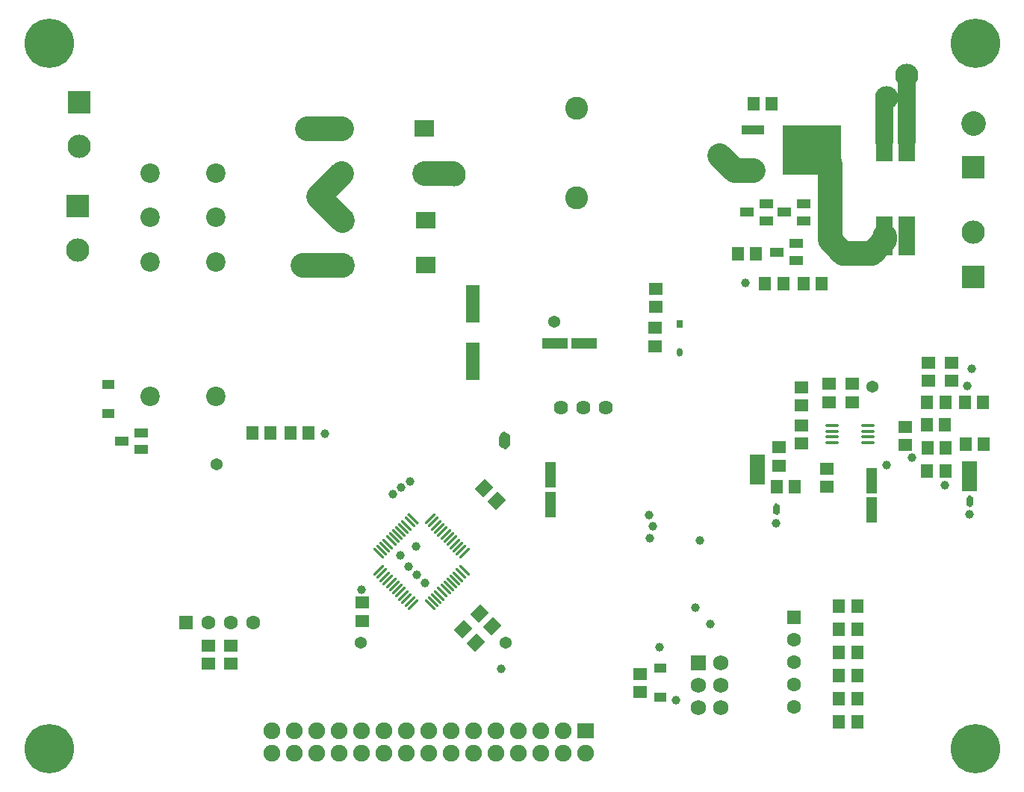
<source format=gts>
G04*
G04 #@! TF.GenerationSoftware,Altium Limited,Altium Designer,23.2.1 (34)*
G04*
G04 Layer_Color=8388736*
%FSLAX44Y44*%
%MOMM*%
G71*
G04*
G04 #@! TF.SameCoordinates,EE327AA5-93BD-4133-A13B-4ECCBC3E436C*
G04*
G04*
G04 #@! TF.FilePolarity,Negative*
G04*
G01*
G75*
G04:AMPARAMS|DCode=19|XSize=1.6552mm|YSize=0.2525mm|CornerRadius=0mm|HoleSize=0mm|Usage=FLASHONLY|Rotation=315.000|XOffset=0mm|YOffset=0mm|HoleType=Round|Shape=Rectangle|*
%AMROTATEDRECTD19*
4,1,4,-0.6745,0.4960,-0.4960,0.6745,0.6745,-0.4960,0.4960,-0.6745,-0.6745,0.4960,0.0*
%
%ADD19ROTATEDRECTD19*%

G04:AMPARAMS|DCode=20|XSize=1.6552mm|YSize=0.2525mm|CornerRadius=0.1262mm|HoleSize=0mm|Usage=FLASHONLY|Rotation=315.000|XOffset=0mm|YOffset=0mm|HoleType=Round|Shape=RoundedRectangle|*
%AMROUNDEDRECTD20*
21,1,1.6552,0.0000,0,0,315.0*
21,1,1.4028,0.2525,0,0,315.0*
1,1,0.2525,0.4960,-0.4960*
1,1,0.2525,-0.4960,0.4960*
1,1,0.2525,-0.4960,0.4960*
1,1,0.2525,0.4960,-0.4960*
%
%ADD20ROUNDEDRECTD20*%
G04:AMPARAMS|DCode=21|XSize=0.2525mm|YSize=1.6552mm|CornerRadius=0.1262mm|HoleSize=0mm|Usage=FLASHONLY|Rotation=315.000|XOffset=0mm|YOffset=0mm|HoleType=Round|Shape=RoundedRectangle|*
%AMROUNDEDRECTD21*
21,1,0.2525,1.4028,0,0,315.0*
21,1,0.0000,1.6552,0,0,315.0*
1,1,0.2525,-0.4960,-0.4960*
1,1,0.2525,-0.4960,-0.4960*
1,1,0.2525,0.4960,0.4960*
1,1,0.2525,0.4960,0.4960*
%
%ADD21ROUNDEDRECTD21*%
%ADD29C,0.2540*%
%ADD30R,1.7800X3.4300*%
%ADD32R,0.6625X0.9575*%
G04:AMPARAMS|DCode=33|XSize=0.9575mm|YSize=0.6625mm|CornerRadius=0.3312mm|HoleSize=0mm|Usage=FLASHONLY|Rotation=270.000|XOffset=0mm|YOffset=0mm|HoleType=Round|Shape=RoundedRectangle|*
%AMROUNDEDRECTD33*
21,1,0.9575,0.0000,0,0,270.0*
21,1,0.2950,0.6625,0,0,270.0*
1,1,0.6625,0.0000,-0.1475*
1,1,0.6625,0.0000,0.1475*
1,1,0.6625,0.0000,0.1475*
1,1,0.6625,0.0000,-0.1475*
%
%ADD33ROUNDEDRECTD33*%
%ADD40C,1.0160*%
%ADD41C,0.5080*%
%ADD42C,0.3556*%
%ADD43O,1.5000X0.3800*%
%ADD44R,1.6500X1.3500*%
G04:AMPARAMS|DCode=45|XSize=1.65mm|YSize=1.35mm|CornerRadius=0mm|HoleSize=0mm|Usage=FLASHONLY|Rotation=225.000|XOffset=0mm|YOffset=0mm|HoleType=Round|Shape=Rectangle|*
%AMROTATEDRECTD45*
4,1,4,0.1061,1.0607,1.0607,0.1061,-0.1061,-1.0607,-1.0607,-0.1061,0.1061,1.0607,0.0*
%
%ADD45ROTATEDRECTD45*%

%ADD46R,1.3500X1.6500*%
%ADD47R,1.3200X1.0100*%
%ADD48R,1.2000X2.9000*%
%ADD49O,0.8620X0.6080*%
%ADD50R,1.5000X1.1000*%
%ADD51R,2.2000X1.9000*%
%ADD52R,2.9000X1.2000*%
%ADD53R,1.5000X4.3000*%
%ADD54R,2.6500X1.0500*%
%ADD55R,6.7000X5.7000*%
%ADD56R,1.8800X4.3700*%
%ADD57C,2.7940*%
%ADD58C,2.0320*%
%ADD59C,2.6400*%
%ADD60R,2.6400X2.6400*%
%ADD61R,1.6000X1.6000*%
%ADD62C,1.6000*%
%ADD63R,1.6000X1.6000*%
%ADD64R,1.7500X1.7500*%
%ADD65C,1.7500*%
%ADD66C,1.9000*%
%ADD67R,1.9000X1.6748*%
%ADD68C,1.6190*%
%ADD69C,2.2000*%
%ADD70C,2.6000*%
%ADD71C,0.9890*%
%ADD72C,1.3700*%
%ADD73C,5.6000*%
D19*
X462339Y310247D02*
D03*
D20*
X458803Y306712D02*
D03*
X455268Y303176D02*
D03*
X451732Y299641D02*
D03*
X448196Y296105D02*
D03*
X444661Y292570D02*
D03*
X441125Y289034D02*
D03*
X437590Y285499D02*
D03*
X434054Y281963D02*
D03*
X430519Y278428D02*
D03*
X426983Y274892D02*
D03*
X423448Y271357D02*
D03*
X481791Y213013D02*
D03*
X485326Y216549D02*
D03*
X488862Y220085D02*
D03*
X492397Y223620D02*
D03*
X495933Y227156D02*
D03*
X499469Y230691D02*
D03*
X503004Y234227D02*
D03*
X506540Y237762D02*
D03*
X510075Y241298D02*
D03*
X513611Y244833D02*
D03*
X517146Y248369D02*
D03*
X520682Y251904D02*
D03*
D21*
X423448D02*
D03*
X426983Y248369D02*
D03*
X430519Y244833D02*
D03*
X434054Y241298D02*
D03*
X437590Y237762D02*
D03*
X441125Y234227D02*
D03*
X444661Y230691D02*
D03*
X448196Y227156D02*
D03*
X451732Y223620D02*
D03*
X455268Y220085D02*
D03*
X458803Y216549D02*
D03*
X462339Y213013D02*
D03*
X520682Y271357D02*
D03*
X517146Y274892D02*
D03*
X513611Y278428D02*
D03*
X510075Y281963D02*
D03*
X506540Y285499D02*
D03*
X503004Y289034D02*
D03*
X499469Y292570D02*
D03*
X495933Y296105D02*
D03*
X492397Y299641D02*
D03*
X488862Y303176D02*
D03*
X485326Y306712D02*
D03*
X481791Y310247D02*
D03*
D29*
X874474Y326717D02*
D03*
Y315795D02*
D03*
X1093724Y335788D02*
D03*
Y324866D02*
D03*
D30*
X852932Y366522D02*
D03*
X1093216Y358648D02*
D03*
D32*
X764604Y531653D02*
D03*
D33*
Y499646D02*
D03*
D40*
X567690Y402844D02*
G03*
X567690Y402844I-1524J0D01*
G01*
Y395732D02*
G03*
X567690Y395732I-1524J0D01*
G01*
Y395986D02*
Y401813D01*
X564642Y396240D02*
Y402067D01*
D41*
X875998Y324177D02*
G03*
X875998Y324177I-1524J0D01*
G01*
Y318335D02*
G03*
X875998Y318335I-1524J0D01*
G01*
X1095248Y333248D02*
G03*
X1095248Y333248I-1524J0D01*
G01*
Y327406D02*
G03*
X1095248Y327406I-1524J0D01*
G01*
D42*
X872188Y318589D02*
Y324416D01*
X876760Y318589D02*
Y323923D01*
X1091438Y327660D02*
Y333487D01*
X1096010Y327660D02*
Y332994D01*
D43*
X978588Y396904D02*
D03*
Y403404D02*
D03*
Y416404D02*
D03*
X937588Y396904D02*
D03*
Y403404D02*
D03*
Y409904D02*
D03*
Y416404D02*
D03*
X978588Y409904D02*
D03*
D44*
X719836Y114120D02*
D03*
Y134620D02*
D03*
X404622Y215228D02*
D03*
Y194728D02*
D03*
X230378Y146214D02*
D03*
Y166714D02*
D03*
X256286Y146214D02*
D03*
Y166714D02*
D03*
X934212Y463386D02*
D03*
Y442886D02*
D03*
X1046480Y487770D02*
D03*
Y467270D02*
D03*
X931926Y346620D02*
D03*
Y367120D02*
D03*
X737171Y526915D02*
D03*
Y506415D02*
D03*
X737680Y571365D02*
D03*
Y550865D02*
D03*
X1072896Y487770D02*
D03*
Y467270D02*
D03*
X903177Y439311D02*
D03*
Y459811D02*
D03*
X1020572Y414872D02*
D03*
Y394372D02*
D03*
X903177Y416631D02*
D03*
Y396131D02*
D03*
X877015Y391395D02*
D03*
Y370895D02*
D03*
X960374Y463386D02*
D03*
Y442886D02*
D03*
D45*
X533790Y170298D02*
D03*
X519294Y184794D02*
D03*
X557666Y331080D02*
D03*
X543170Y345576D02*
D03*
X552332Y188840D02*
D03*
X537836Y203336D02*
D03*
D46*
X966052Y106680D02*
D03*
X945552D02*
D03*
X966052Y158750D02*
D03*
X945552D02*
D03*
X966052Y184912D02*
D03*
X945552D02*
D03*
X966052Y80518D02*
D03*
X945552D02*
D03*
X966052Y132842D02*
D03*
X945552D02*
D03*
X966052Y211074D02*
D03*
X945552D02*
D03*
X895483Y346691D02*
D03*
X874983D02*
D03*
X1109816Y395224D02*
D03*
X1089316D02*
D03*
X323316Y407699D02*
D03*
X343815D02*
D03*
X301143D02*
D03*
X280644D02*
D03*
X882232Y576798D02*
D03*
X861732D02*
D03*
X1088390Y442976D02*
D03*
X1108890D02*
D03*
X1044866Y416814D02*
D03*
X1065366D02*
D03*
X1065837Y364998D02*
D03*
X1045337D02*
D03*
X1045972Y390652D02*
D03*
X1066472D02*
D03*
X1065874Y442976D02*
D03*
X1045374D02*
D03*
X905420Y576798D02*
D03*
X925920D02*
D03*
X830998Y610834D02*
D03*
X851498D02*
D03*
X848434Y781012D02*
D03*
X868934D02*
D03*
D47*
X742442Y140720D02*
D03*
Y108020D02*
D03*
X116903Y430211D02*
D03*
Y462911D02*
D03*
D48*
X618744Y360172D02*
D03*
Y326963D02*
D03*
X982472Y320707D02*
D03*
Y353917D02*
D03*
D49*
X566166Y404622D02*
D03*
Y393954D02*
D03*
D50*
X132573Y398555D02*
D03*
X154574Y408055D02*
D03*
Y389055D02*
D03*
X875206Y613120D02*
D03*
X897206Y622620D02*
D03*
Y603620D02*
D03*
X841170Y658078D02*
D03*
X863170Y667578D02*
D03*
Y648578D02*
D03*
X883080Y658114D02*
D03*
X905080Y667614D02*
D03*
Y648614D02*
D03*
D51*
X475562Y702239D02*
D03*
Y753239D02*
D03*
X381562D02*
D03*
Y702239D02*
D03*
X476832Y598099D02*
D03*
Y649099D02*
D03*
X382832D02*
D03*
Y598099D02*
D03*
D52*
X623085Y509045D02*
D03*
X656294D02*
D03*
D53*
X530162Y554671D02*
D03*
Y489327D02*
D03*
D54*
X847950Y751488D02*
D03*
Y705888D02*
D03*
D55*
X914950Y728689D02*
D03*
D56*
X996950Y631698D02*
D03*
X1022350D02*
D03*
Y737798D02*
D03*
X996950D02*
D03*
D57*
X982071Y611886D02*
X996950Y626765D01*
Y631698D01*
X949565Y611886D02*
X982071D01*
X934686Y626765D02*
X949565Y611886D01*
X934686Y626765D02*
Y713389D01*
X914950Y728689D02*
X919386D01*
X934686Y713389D01*
X475562Y702239D02*
X507563D01*
X841170Y705888D02*
X847950D01*
X826748D02*
X841170D01*
X810006Y722630D02*
X826748Y705888D01*
X1097534Y759460D02*
X1097534D01*
X337630Y598453D02*
X382478D01*
X342556Y753239D02*
X381562D01*
X354902Y675923D02*
X381725Y649099D01*
X354902Y675923D02*
X381217Y702239D01*
D58*
X1022096Y813562D02*
X1022360Y813298D01*
Y737808D02*
Y813298D01*
X1022350Y737798D02*
X1022360Y737808D01*
X996960D02*
Y783814D01*
D59*
X1097534Y759460D02*
D03*
X82804Y615442D02*
D03*
X83820Y733336D02*
D03*
X1097280Y635216D02*
D03*
X1022096Y813562D02*
D03*
X998992Y787908D02*
D03*
X509016Y700786D02*
D03*
X810006Y722630D02*
D03*
X337630Y598453D02*
D03*
X341948Y752631D02*
D03*
X354902Y675923D02*
D03*
D60*
X1097534Y709460D02*
D03*
X82804Y665442D02*
D03*
X83820Y783336D02*
D03*
X1097280Y585216D02*
D03*
D61*
X205232Y192532D02*
D03*
D62*
X230632D02*
D03*
X256032D02*
D03*
X281432D02*
D03*
X894588Y96774D02*
D03*
Y122174D02*
D03*
Y147574D02*
D03*
Y172974D02*
D03*
D63*
Y198374D02*
D03*
D64*
X786384Y147320D02*
D03*
D65*
X811784D02*
D03*
X786384Y121920D02*
D03*
Y96520D02*
D03*
X811784Y121920D02*
D03*
Y96520D02*
D03*
D66*
X302514Y44704D02*
D03*
Y70104D02*
D03*
X327914Y44704D02*
D03*
Y70104D02*
D03*
X353314Y44704D02*
D03*
Y70104D02*
D03*
X378714Y44704D02*
D03*
Y70104D02*
D03*
X404114Y44704D02*
D03*
Y70104D02*
D03*
X429514Y44704D02*
D03*
Y70104D02*
D03*
X454914Y44704D02*
D03*
Y70104D02*
D03*
X480314Y44704D02*
D03*
Y70104D02*
D03*
X505714Y44704D02*
D03*
Y70104D02*
D03*
X531114Y44704D02*
D03*
Y70104D02*
D03*
X556514Y44704D02*
D03*
Y70104D02*
D03*
X581914Y44704D02*
D03*
Y70104D02*
D03*
X607314Y44704D02*
D03*
Y70104D02*
D03*
X632714Y44704D02*
D03*
Y70104D02*
D03*
X658114Y44704D02*
D03*
D67*
Y70104D02*
D03*
D68*
X630291Y436401D02*
D03*
X655292D02*
D03*
X681291D02*
D03*
D69*
X164401Y449447D02*
D03*
Y602047D02*
D03*
Y652447D02*
D03*
Y702847D02*
D03*
X239402D02*
D03*
Y652447D02*
D03*
Y602047D02*
D03*
Y449447D02*
D03*
D70*
X648271Y674399D02*
D03*
Y775999D02*
D03*
D71*
X730700Y288549D02*
D03*
X734726Y302283D02*
D03*
X730504Y314826D02*
D03*
X476498Y237652D02*
D03*
X466494Y246768D02*
D03*
X457255Y256252D02*
D03*
X458978Y353187D02*
D03*
X362775Y407191D02*
D03*
X562356Y139954D02*
D03*
X787908Y286004D02*
D03*
X449072Y346456D02*
D03*
X439928Y338074D02*
D03*
X760476Y105156D02*
D03*
X782320Y209804D02*
D03*
X799592Y191008D02*
D03*
X742188Y165100D02*
D03*
X466090Y279146D02*
D03*
X1093623Y315214D02*
D03*
X874420Y305308D02*
D03*
X447779Y269263D02*
D03*
X839470Y577814D02*
D03*
X404368Y229870D02*
D03*
X1090930Y461518D02*
D03*
X1095756Y480568D02*
D03*
X999236Y371094D02*
D03*
X1028192Y379984D02*
D03*
X1065276Y348234D02*
D03*
D72*
X403606Y169672D02*
D03*
X567436Y169926D02*
D03*
X239522Y372364D02*
D03*
X622300Y533654D02*
D03*
X983234Y459994D02*
D03*
D73*
X50000Y50000D02*
D03*
Y850000D02*
D03*
X1100000D02*
D03*
Y50000D02*
D03*
M02*

</source>
